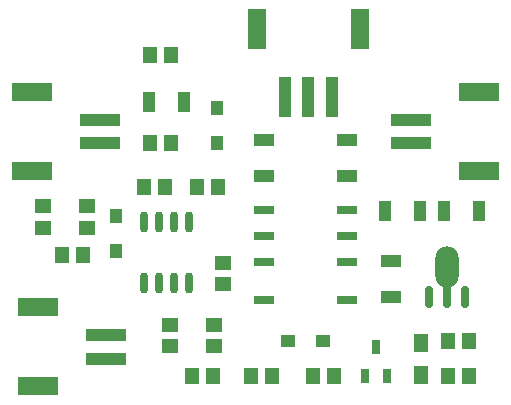
<source format=gbr>
%TF.GenerationSoftware,KiCad,Pcbnew,(5.1.4)-1*%
%TF.CreationDate,2021-02-25T01:30:08+08:00*%
%TF.ProjectId,Overdrive_Protector,4f766572-6472-4697-9665-5f50726f7465,rev?*%
%TF.SameCoordinates,Original*%
%TF.FileFunction,Paste,Top*%
%TF.FilePolarity,Positive*%
%FSLAX46Y46*%
G04 Gerber Fmt 4.6, Leading zero omitted, Abs format (unit mm)*
G04 Created by KiCad (PCBNEW (5.1.4)-1) date 2021-02-25 01:30:08*
%MOMM*%
%LPD*%
G04 APERTURE LIST*
%ADD10R,1.250000X1.000000*%
%ADD11R,1.800000X1.130000*%
%ADD12R,3.400000X1.500000*%
%ADD13R,3.500000X1.000000*%
%ADD14R,1.300000X1.500000*%
%ADD15R,1.160000X1.470000*%
%ADD16R,1.500000X3.400000*%
%ADD17R,1.000000X3.500000*%
%ADD18O,0.700000X1.800000*%
%ADD19O,0.700000X1.900000*%
%ADD20O,2.000000X3.500000*%
%ADD21O,0.700000X2.100000*%
%ADD22R,1.470000X1.160000*%
%ADD23R,0.700000X1.250000*%
%ADD24R,1.800000X0.800000*%
%ADD25R,1.130000X1.800000*%
%ADD26R,1.000000X1.250000*%
G04 APERTURE END LIST*
D10*
X50225000Y-78500000D03*
X47275000Y-78500000D03*
D11*
X45250000Y-64490000D03*
X45250000Y-61510000D03*
X52250000Y-61510000D03*
X52250000Y-64490000D03*
D12*
X26125000Y-82350000D03*
X26125000Y-75650000D03*
D13*
X31875000Y-80000000D03*
X31875000Y-78000000D03*
D12*
X63475000Y-57400000D03*
X63475000Y-64100000D03*
D13*
X57725000Y-59750000D03*
X57725000Y-61750000D03*
D12*
X25625000Y-64100000D03*
X25625000Y-57400000D03*
D13*
X31375000Y-61750000D03*
X31375000Y-59750000D03*
D14*
X58500000Y-78650000D03*
X58500000Y-81350000D03*
D15*
X60860000Y-81500000D03*
X62640000Y-81500000D03*
D16*
X44650000Y-52125000D03*
X53350000Y-52125000D03*
D17*
X47000000Y-57875000D03*
X49000000Y-57875000D03*
X51000000Y-57875000D03*
D18*
X38905000Y-73600000D03*
X37635000Y-73600000D03*
X36365000Y-73600000D03*
X35095000Y-73600000D03*
X35095000Y-68400000D03*
X36365000Y-68400000D03*
X37635000Y-68400000D03*
X38905000Y-68400000D03*
D19*
X62250000Y-74750000D03*
D20*
X60750000Y-72250000D03*
D21*
X60750000Y-74650000D03*
D19*
X59250000Y-74750000D03*
D15*
X49360000Y-81500000D03*
X51140000Y-81500000D03*
X41390000Y-65500000D03*
X39610000Y-65500000D03*
D22*
X37250000Y-77110000D03*
X37250000Y-78890000D03*
X41000000Y-77110000D03*
X41000000Y-78890000D03*
D15*
X40890000Y-81500000D03*
X39110000Y-81500000D03*
X44110000Y-81500000D03*
X45890000Y-81500000D03*
D22*
X26500000Y-68890000D03*
X26500000Y-67110000D03*
D15*
X36890000Y-65500000D03*
X35110000Y-65500000D03*
X28110000Y-71250000D03*
X29890000Y-71250000D03*
X35610000Y-54250000D03*
X37390000Y-54250000D03*
D23*
X54750000Y-79000000D03*
X55700000Y-81500000D03*
X53800000Y-81500000D03*
D24*
X45250000Y-75000000D03*
X45250000Y-71800000D03*
X45250000Y-69600000D03*
X45250000Y-67400000D03*
X52250000Y-67400000D03*
X52250000Y-69600000D03*
X52250000Y-71800000D03*
X52250000Y-75000000D03*
D25*
X55510000Y-67500000D03*
X58490000Y-67500000D03*
D26*
X32750000Y-70875000D03*
X32750000Y-67925000D03*
X41250000Y-58775000D03*
X41250000Y-61725000D03*
D22*
X41750000Y-73640000D03*
X41750000Y-71860000D03*
D11*
X56000000Y-71760000D03*
X56000000Y-74740000D03*
D22*
X30250000Y-67110000D03*
X30250000Y-68890000D03*
D25*
X38490000Y-58250000D03*
X35510000Y-58250000D03*
D15*
X60860000Y-78500000D03*
X62640000Y-78500000D03*
X37390000Y-61750000D03*
X35610000Y-61750000D03*
D25*
X63490000Y-67500000D03*
X60510000Y-67500000D03*
M02*

</source>
